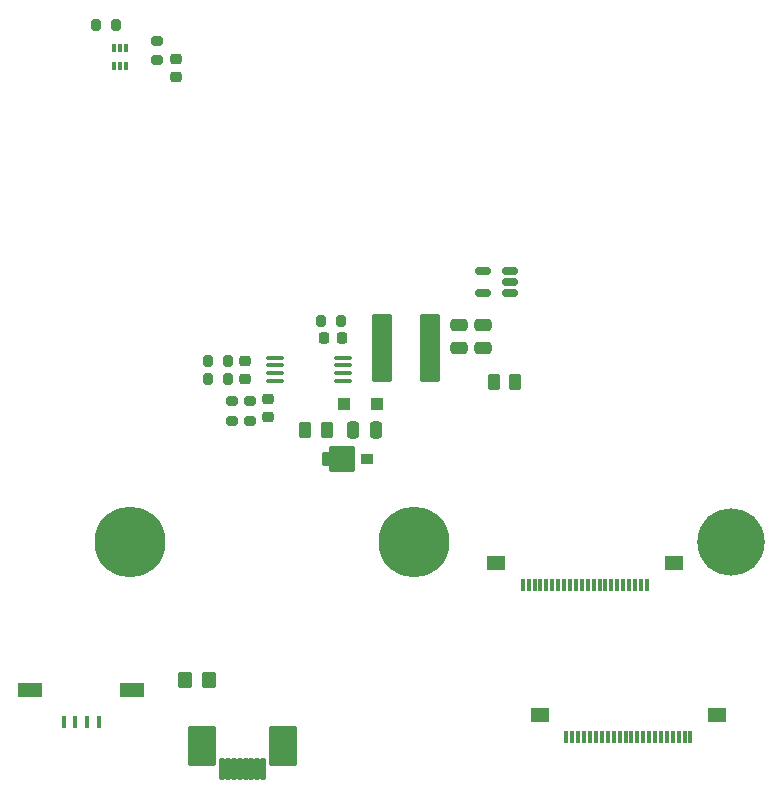
<source format=gbs>
G04 #@! TF.GenerationSoftware,KiCad,Pcbnew,8.0.2*
G04 #@! TF.CreationDate,2024-08-20T08:25:12+02:00*
G04 #@! TF.ProjectId,STS1_SIDEPANEL,53545331-5f53-4494-9445-50414e454c2e,rev?*
G04 #@! TF.SameCoordinates,Original*
G04 #@! TF.FileFunction,Soldermask,Bot*
G04 #@! TF.FilePolarity,Negative*
%FSLAX46Y46*%
G04 Gerber Fmt 4.6, Leading zero omitted, Abs format (unit mm)*
G04 Created by KiCad (PCBNEW 8.0.2) date 2024-08-20 08:25:12*
%MOMM*%
%LPD*%
G01*
G04 APERTURE LIST*
G04 Aperture macros list*
%AMRoundRect*
0 Rectangle with rounded corners*
0 $1 Rounding radius*
0 $2 $3 $4 $5 $6 $7 $8 $9 X,Y pos of 4 corners*
0 Add a 4 corners polygon primitive as box body*
4,1,4,$2,$3,$4,$5,$6,$7,$8,$9,$2,$3,0*
0 Add four circle primitives for the rounded corners*
1,1,$1+$1,$2,$3*
1,1,$1+$1,$4,$5*
1,1,$1+$1,$6,$7*
1,1,$1+$1,$8,$9*
0 Add four rect primitives between the rounded corners*
20,1,$1+$1,$2,$3,$4,$5,0*
20,1,$1+$1,$4,$5,$6,$7,0*
20,1,$1+$1,$6,$7,$8,$9,0*
20,1,$1+$1,$8,$9,$2,$3,0*%
G04 Aperture macros list end*
%ADD10C,6.000000*%
%ADD11C,5.700000*%
%ADD12RoundRect,0.225000X-0.250000X0.225000X-0.250000X-0.225000X0.250000X-0.225000X0.250000X0.225000X0*%
%ADD13RoundRect,0.085000X-0.085000X0.265000X-0.085000X-0.265000X0.085000X-0.265000X0.085000X0.265000X0*%
%ADD14RoundRect,0.225000X-0.225000X-0.250000X0.225000X-0.250000X0.225000X0.250000X-0.225000X0.250000X0*%
%ADD15RoundRect,0.100000X0.637500X0.100000X-0.637500X0.100000X-0.637500X-0.100000X0.637500X-0.100000X0*%
%ADD16RoundRect,0.200000X0.275000X-0.200000X0.275000X0.200000X-0.275000X0.200000X-0.275000X-0.200000X0*%
%ADD17RoundRect,0.102000X0.325000X-0.475000X0.325000X0.475000X-0.325000X0.475000X-0.325000X-0.475000X0*%
%ADD18RoundRect,0.102000X-1.000000X-0.975000X1.000000X-0.975000X1.000000X0.975000X-1.000000X0.975000X0*%
%ADD19RoundRect,0.102000X0.425000X0.325000X-0.425000X0.325000X-0.425000X-0.325000X0.425000X-0.325000X0*%
%ADD20RoundRect,0.225000X0.250000X-0.225000X0.250000X0.225000X-0.250000X0.225000X-0.250000X-0.225000X0*%
%ADD21RoundRect,0.250000X-0.262500X-0.450000X0.262500X-0.450000X0.262500X0.450000X-0.262500X0.450000X0*%
%ADD22RoundRect,0.200000X-0.275000X0.200000X-0.275000X-0.200000X0.275000X-0.200000X0.275000X0.200000X0*%
%ADD23RoundRect,0.200000X-0.200000X-0.275000X0.200000X-0.275000X0.200000X0.275000X-0.200000X0.275000X0*%
%ADD24RoundRect,0.102000X0.715000X2.750000X-0.715000X2.750000X-0.715000X-2.750000X0.715000X-2.750000X0*%
%ADD25RoundRect,0.250000X0.262500X0.450000X-0.262500X0.450000X-0.262500X-0.450000X0.262500X-0.450000X0*%
%ADD26RoundRect,0.102000X-0.150000X-0.800000X0.150000X-0.800000X0.150000X0.800000X-0.150000X0.800000X0*%
%ADD27RoundRect,0.102000X-1.120000X-1.560000X1.120000X-1.560000X1.120000X1.560000X-1.120000X1.560000X0*%
%ADD28R,0.300000X1.000000*%
%ADD29R,1.650000X1.300000*%
%ADD30R,0.400000X1.000000*%
%ADD31R,2.000000X1.300000*%
%ADD32RoundRect,0.250000X0.475000X-0.250000X0.475000X0.250000X-0.475000X0.250000X-0.475000X-0.250000X0*%
%ADD33RoundRect,0.250000X0.350000X0.450000X-0.350000X0.450000X-0.350000X-0.450000X0.350000X-0.450000X0*%
%ADD34RoundRect,0.150000X0.512500X0.150000X-0.512500X0.150000X-0.512500X-0.150000X0.512500X-0.150000X0*%
%ADD35RoundRect,0.250000X-0.250000X-0.475000X0.250000X-0.475000X0.250000X0.475000X-0.250000X0.475000X0*%
%ADD36RoundRect,0.250000X-0.300000X-0.300000X0.300000X-0.300000X0.300000X0.300000X-0.300000X0.300000X0*%
%ADD37RoundRect,0.200000X0.200000X0.275000X-0.200000X0.275000X-0.200000X-0.275000X0.200000X-0.275000X0*%
G04 APERTURE END LIST*
D10*
X101150000Y-110780200D03*
X125150000Y-110780200D03*
D11*
X152050000Y-110780200D03*
D12*
X105025000Y-69850000D03*
X105025000Y-71400000D03*
D13*
X99775000Y-68925000D03*
X100275000Y-68925000D03*
X100775000Y-68925000D03*
X100775000Y-70425000D03*
X100275000Y-70425000D03*
X99775000Y-70425000D03*
D14*
X117525200Y-93510800D03*
X119075200Y-93510800D03*
D15*
X119156100Y-95152000D03*
X119156100Y-95802000D03*
X119156100Y-96452000D03*
X119156100Y-97102000D03*
X113431100Y-97102000D03*
X113431100Y-96452000D03*
X113431100Y-95802000D03*
X113431100Y-95152000D03*
D16*
X111284000Y-100485000D03*
X111284000Y-98835000D03*
D17*
X117780000Y-103740000D03*
D18*
X119105000Y-103740000D03*
D19*
X121160000Y-103740000D03*
D20*
X110885000Y-96980000D03*
X110885000Y-95430000D03*
D21*
X115975000Y-101280000D03*
X117800000Y-101280000D03*
D22*
X109760000Y-98835000D03*
X109760000Y-100485000D03*
D23*
X107780000Y-96955000D03*
X109430000Y-96955000D03*
D24*
X126547500Y-94350000D03*
X122507500Y-94350000D03*
D16*
X103450000Y-69975000D03*
X103450000Y-68325000D03*
D25*
X133762500Y-97250000D03*
X131937500Y-97250000D03*
D26*
X108920000Y-130010000D03*
X109420000Y-130010000D03*
X109920000Y-130010000D03*
X110420000Y-130010000D03*
X110920000Y-130010000D03*
X111420000Y-130010000D03*
X111920000Y-130010000D03*
X112420000Y-130010000D03*
D27*
X107273000Y-128030000D03*
X114067000Y-128030000D03*
D12*
X112808000Y-98644000D03*
X112808000Y-100194000D03*
D23*
X98275000Y-66975000D03*
X99925000Y-66975000D03*
D28*
X138090000Y-127300000D03*
X138590000Y-127300000D03*
X139090000Y-127300000D03*
X139590000Y-127300000D03*
X140090000Y-127300000D03*
X140590000Y-127300000D03*
X141090000Y-127300000D03*
X141590000Y-127300000D03*
X142090000Y-127300000D03*
X142590000Y-127300000D03*
X143090000Y-127300000D03*
X143590000Y-127300000D03*
X144090000Y-127300000D03*
X144590000Y-127300000D03*
X145090000Y-127300000D03*
X145590000Y-127300000D03*
X146090000Y-127300000D03*
X146590000Y-127300000D03*
X147090000Y-127300000D03*
X147590000Y-127300000D03*
X148090000Y-127300000D03*
X148590000Y-127300000D03*
D29*
X135815000Y-125400000D03*
X150865000Y-125400000D03*
D30*
X95510000Y-126030000D03*
X96510000Y-126030000D03*
X97510000Y-126030000D03*
X98510000Y-126030000D03*
D31*
X92710000Y-123330000D03*
X101310000Y-123330000D03*
D32*
X128990000Y-94320000D03*
X128990000Y-92420000D03*
D33*
X107825000Y-122450000D03*
X105825000Y-122450000D03*
D34*
X133287500Y-87800000D03*
X133287500Y-88750000D03*
X133287500Y-89700000D03*
X131012500Y-89700000D03*
X131012500Y-87800000D03*
D28*
X134390000Y-114400000D03*
X134890000Y-114400000D03*
X135390000Y-114400000D03*
X135890000Y-114400000D03*
X136390000Y-114400000D03*
X136890000Y-114400000D03*
X137390000Y-114400000D03*
X137890000Y-114400000D03*
X138390000Y-114400000D03*
X138890000Y-114400000D03*
X139390000Y-114400000D03*
X139890000Y-114400000D03*
X140390000Y-114400000D03*
X140890000Y-114400000D03*
X141390000Y-114400000D03*
X141890000Y-114400000D03*
X142390000Y-114400000D03*
X142890000Y-114400000D03*
X143390000Y-114400000D03*
X143890000Y-114400000D03*
X144390000Y-114400000D03*
X144890000Y-114400000D03*
D29*
X132115000Y-112500000D03*
X147165000Y-112500000D03*
D35*
X120050000Y-101320000D03*
X121950000Y-101320000D03*
D32*
X131050000Y-94310000D03*
X131050000Y-92410000D03*
D23*
X107775000Y-95415000D03*
X109425000Y-95415000D03*
D36*
X119275000Y-99100000D03*
X122075000Y-99100000D03*
D37*
X118967000Y-92040000D03*
X117317000Y-92040000D03*
M02*

</source>
